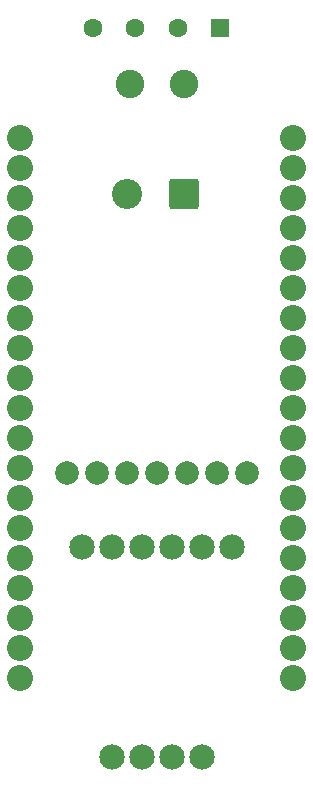
<source format=gbr>
%TF.GenerationSoftware,KiCad,Pcbnew,8.0.6*%
%TF.CreationDate,2025-01-26T20:50:08-07:00*%
%TF.ProjectId,ESP32 IMU,45535033-3220-4494-9d55-2e6b69636164,rev?*%
%TF.SameCoordinates,Original*%
%TF.FileFunction,Soldermask,Top*%
%TF.FilePolarity,Negative*%
%FSLAX46Y46*%
G04 Gerber Fmt 4.6, Leading zero omitted, Abs format (unit mm)*
G04 Created by KiCad (PCBNEW 8.0.6) date 2025-01-26 20:50:08*
%MOMM*%
%LPD*%
G01*
G04 APERTURE LIST*
G04 Aperture macros list*
%AMRoundRect*
0 Rectangle with rounded corners*
0 $1 Rounding radius*
0 $2 $3 $4 $5 $6 $7 $8 $9 X,Y pos of 4 corners*
0 Add a 4 corners polygon primitive as box body*
4,1,4,$2,$3,$4,$5,$6,$7,$8,$9,$2,$3,0*
0 Add four circle primitives for the rounded corners*
1,1,$1+$1,$2,$3*
1,1,$1+$1,$4,$5*
1,1,$1+$1,$6,$7*
1,1,$1+$1,$8,$9*
0 Add four rect primitives between the rounded corners*
20,1,$1+$1,$2,$3,$4,$5,0*
20,1,$1+$1,$4,$5,$6,$7,0*
20,1,$1+$1,$6,$7,$8,$9,0*
20,1,$1+$1,$8,$9,$2,$3,0*%
G04 Aperture macros list end*
%ADD10C,2.004000*%
%ADD11C,2.404000*%
%ADD12RoundRect,0.249999X1.025001X1.025001X-1.025001X1.025001X-1.025001X-1.025001X1.025001X-1.025001X0*%
%ADD13C,2.550000*%
%ADD14RoundRect,0.250000X0.550000X0.550000X-0.550000X0.550000X-0.550000X-0.550000X0.550000X-0.550000X0*%
%ADD15C,1.600000*%
%ADD16C,2.204000*%
%ADD17C,2.134400*%
G04 APERTURE END LIST*
D10*
%TO.C,CAN Bus (Facing UP)*%
X137120000Y-100190000D03*
X134580000Y-100190000D03*
X132040000Y-100190000D03*
X129500000Y-100190000D03*
X126960000Y-100190000D03*
X124420000Y-100190000D03*
X121880000Y-100190000D03*
D11*
X131750000Y-67250000D03*
X127250000Y-67250000D03*
%TD*%
D12*
%TO.C,J1*%
X131750000Y-76500000D03*
D13*
X126950000Y-76500000D03*
%TD*%
D14*
%TO.C,J2*%
X134850000Y-62500000D03*
D15*
X131250000Y-62500000D03*
X127650000Y-62500000D03*
X124050000Y-62500000D03*
%TD*%
D16*
%TO.C,UNIT_1*%
X140981400Y-117536000D03*
X140981400Y-114996000D03*
X140981400Y-112456000D03*
X140981400Y-109916000D03*
X140981400Y-107376000D03*
X140981400Y-104836000D03*
X140981400Y-102296000D03*
X140981400Y-99756000D03*
X140981400Y-97216000D03*
X140981400Y-94676000D03*
X140981400Y-92136000D03*
X140981400Y-89596000D03*
X140981400Y-87056000D03*
X140981400Y-84516000D03*
X140981400Y-81976000D03*
X140981400Y-79436000D03*
X140981400Y-76896000D03*
X140981400Y-74356000D03*
X140981400Y-71816000D03*
X117941400Y-117516000D03*
X117941400Y-114976000D03*
X117941400Y-112436000D03*
X117941400Y-109896000D03*
X117941400Y-107356000D03*
X117941400Y-104816000D03*
X117941400Y-102276000D03*
X117941400Y-99736000D03*
X117941400Y-97196000D03*
X117941400Y-94656000D03*
X117941400Y-92116000D03*
X117941400Y-89576000D03*
X117941400Y-87036000D03*
X117941400Y-84496000D03*
X117941400Y-81956000D03*
X117941400Y-79416000D03*
X117941400Y-76876000D03*
X117941400Y-74336000D03*
X117941400Y-71796000D03*
%TD*%
D17*
%TO.C,UNIT_3*%
X123150000Y-106390000D03*
X125690000Y-106390000D03*
X128230000Y-106390000D03*
X130770000Y-106390000D03*
X133310000Y-106390000D03*
X135850000Y-106390000D03*
X133310000Y-124170000D03*
X130770000Y-124170000D03*
X128230000Y-124170000D03*
X125690000Y-124170000D03*
%TD*%
M02*

</source>
